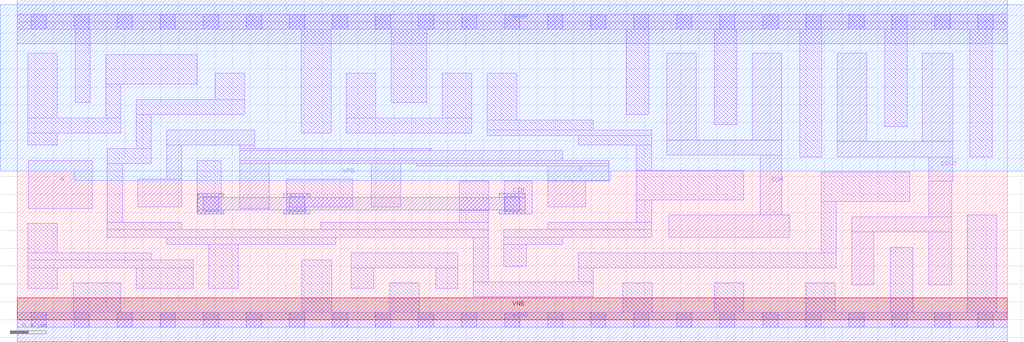
<source format=lef>
# Copyright 2020 The SkyWater PDK Authors
#
# Licensed under the Apache License, Version 2.0 (the "License");
# you may not use this file except in compliance with the License.
# You may obtain a copy of the License at
#
#     https://www.apache.org/licenses/LICENSE-2.0
#
# Unless required by applicable law or agreed to in writing, software
# distributed under the License is distributed on an "AS IS" BASIS,
# WITHOUT WARRANTIES OR CONDITIONS OF ANY KIND, either express or implied.
# See the License for the specific language governing permissions and
# limitations under the License.
#
# SPDX-License-Identifier: Apache-2.0

VERSION 5.7 ;
  NOWIREEXTENSIONATPIN ON ;
  DIVIDERCHAR "/" ;
  BUSBITCHARS "[]" ;
MACRO sky130_fd_sc_ls__fa_4
  CLASS CORE ;
  FOREIGN sky130_fd_sc_ls__fa_4 ;
  ORIGIN  0.000000  0.000000 ;
  SIZE  11.04000 BY  3.330000 ;
  SYMMETRY X Y ;
  SITE unit ;
  PIN A
    ANTENNAGATEAREA  1.044000 ;
    DIRECTION INPUT ;
    USE SIGNAL ;
    PORT
      LAYER li1 ;
        RECT 0.125000 1.245000 0.835000 1.780000 ;
    END
  END A
  PIN B
    ANTENNAGATEAREA  1.044000 ;
    DIRECTION INPUT ;
    USE SIGNAL ;
    PORT
      LAYER li1 ;
        RECT 1.345000 1.260000 1.835000 1.575000 ;
        RECT 1.665000 1.575000 1.835000 1.950000 ;
        RECT 1.665000 1.950000 2.650000 2.120000 ;
        RECT 2.480000 1.245000 2.810000 1.745000 ;
        RECT 2.480000 1.745000 6.595000 1.780000 ;
        RECT 2.480000 1.780000 6.085000 1.890000 ;
        RECT 2.480000 1.890000 4.620000 1.915000 ;
        RECT 2.480000 1.915000 2.650000 1.950000 ;
        RECT 3.950000 1.260000 4.280000 1.745000 ;
        RECT 4.450000 1.720000 6.595000 1.745000 ;
        RECT 5.915000 1.260000 6.340000 1.550000 ;
        RECT 5.915000 1.550000 6.595000 1.720000 ;
    END
  END B
  PIN CIN
    ANTENNAGATEAREA  0.783000 ;
    DIRECTION INPUT ;
    USE SIGNAL ;
    PORT
      LAYER met1 ;
        RECT 2.015000 1.180000 2.305000 1.225000 ;
        RECT 2.015000 1.225000 5.665000 1.365000 ;
        RECT 2.015000 1.365000 2.305000 1.410000 ;
        RECT 2.975000 1.180000 3.265000 1.225000 ;
        RECT 2.975000 1.365000 3.265000 1.410000 ;
        RECT 5.375000 1.180000 5.665000 1.225000 ;
        RECT 5.375000 1.365000 5.665000 1.410000 ;
    END
  END CIN
  PIN COUT
    ANTENNADIFFAREA  1.086400 ;
    DIRECTION OUTPUT ;
    USE SIGNAL ;
    PORT
      LAYER li1 ;
        RECT  9.145000 1.820000 10.435000 1.990000 ;
        RECT  9.145000 1.990000  9.475000 2.980000 ;
        RECT  9.305000 0.390000  9.555000 0.980000 ;
        RECT  9.305000 0.980000 10.425000 1.150000 ;
        RECT 10.095000 1.990000 10.435000 2.980000 ;
        RECT 10.165000 0.390000 10.425000 0.980000 ;
        RECT 10.165000 1.150000 10.425000 1.550000 ;
        RECT 10.165000 1.550000 10.435000 1.820000 ;
    END
  END COUT
  PIN SUM
    ANTENNADIFFAREA  1.086400 ;
    DIRECTION OUTPUT ;
    USE SIGNAL ;
    PORT
      LAYER li1 ;
        RECT 7.245000 1.840000 8.525000 2.010000 ;
        RECT 7.245000 2.010000 7.575000 2.980000 ;
        RECT 7.265000 0.920000 8.615000 1.170000 ;
        RECT 8.195000 2.010000 8.525000 2.980000 ;
        RECT 8.285000 1.170000 8.525000 1.840000 ;
    END
  END SUM
  PIN VGND
    DIRECTION INOUT ;
    SHAPE ABUTMENT ;
    USE GROUND ;
    PORT
      LAYER met1 ;
        RECT 0.000000 -0.245000 11.040000 0.245000 ;
    END
  END VGND
  PIN VNB
    DIRECTION INOUT ;
    USE GROUND ;
    PORT
      LAYER pwell ;
        RECT 0.000000 0.000000 11.040000 0.245000 ;
    END
  END VNB
  PIN VPB
    DIRECTION INOUT ;
    USE POWER ;
    PORT
      LAYER nwell ;
        RECT -0.190000 1.660000 11.230000 3.520000 ;
        RECT  0.635000 1.555000  6.620000 1.660000 ;
    END
  END VPB
  PIN VPWR
    DIRECTION INOUT ;
    SHAPE ABUTMENT ;
    USE POWER ;
    PORT
      LAYER met1 ;
        RECT 0.000000 3.085000 11.040000 3.575000 ;
    END
  END VPWR
  OBS
    LAYER li1 ;
      RECT  0.000000 -0.085000 11.040000 0.085000 ;
      RECT  0.000000  3.245000 11.040000 3.415000 ;
      RECT  0.115000  0.350000  0.445000 0.580000 ;
      RECT  0.115000  0.580000  1.965000 0.670000 ;
      RECT  0.115000  0.670000  1.495000 0.750000 ;
      RECT  0.115000  0.750000  0.445000 1.075000 ;
      RECT  0.115000  1.950000  0.445000 2.085000 ;
      RECT  0.115000  2.085000  1.155000 2.255000 ;
      RECT  0.115000  2.255000  0.445000 2.980000 ;
      RECT  0.625000  0.085000  1.155000 0.410000 ;
      RECT  0.645000  2.425000  0.815000 3.245000 ;
      RECT  0.985000  2.255000  1.155000 2.630000 ;
      RECT  0.985000  2.630000  2.005000 2.960000 ;
      RECT  1.005000  0.920000  5.255000 1.010000 ;
      RECT  1.005000  1.010000  1.835000 1.090000 ;
      RECT  1.005000  1.090000  1.175000 1.745000 ;
      RECT  1.005000  1.745000  1.495000 1.915000 ;
      RECT  1.325000  0.350000  1.965000 0.580000 ;
      RECT  1.325000  1.915000  1.495000 2.290000 ;
      RECT  1.325000  2.290000  2.540000 2.460000 ;
      RECT  1.665000  0.840000  3.555000 0.920000 ;
      RECT  2.005000  1.180000  2.275000 1.780000 ;
      RECT  2.135000  0.350000  2.465000 0.840000 ;
      RECT  2.210000  2.460000  2.540000 2.755000 ;
      RECT  3.005000  1.180000  3.215000 1.260000 ;
      RECT  3.005000  1.260000  3.740000 1.575000 ;
      RECT  3.170000  2.085000  3.500000 3.245000 ;
      RECT  3.175000  0.085000  3.505000 0.670000 ;
      RECT  3.385000  1.010000  5.255000 1.090000 ;
      RECT  3.670000  2.085000  5.070000 2.255000 ;
      RECT  3.670000  2.255000  4.000000 2.755000 ;
      RECT  3.725000  0.350000  3.975000 0.580000 ;
      RECT  3.725000  0.580000  4.915000 0.750000 ;
      RECT  4.155000  0.085000  4.485000 0.410000 ;
      RECT  4.170000  2.425000  4.570000 3.245000 ;
      RECT  4.665000  0.350000  4.915000 0.580000 ;
      RECT  4.740000  2.255000  5.070000 2.755000 ;
      RECT  4.930000  1.090000  5.255000 1.220000 ;
      RECT  4.930000  1.220000  5.260000 1.550000 ;
      RECT  5.085000  0.255000  6.425000 0.425000 ;
      RECT  5.085000  0.425000  5.255000 0.920000 ;
      RECT  5.240000  2.060000  7.075000 2.120000 ;
      RECT  5.240000  2.120000  6.425000 2.230000 ;
      RECT  5.240000  2.230000  5.570000 2.755000 ;
      RECT  5.425000  0.595000  5.675000 0.840000 ;
      RECT  5.425000  0.840000  6.085000 0.920000 ;
      RECT  5.425000  0.920000  7.075000 1.010000 ;
      RECT  5.430000  1.180000  5.745000 1.550000 ;
      RECT  5.915000  1.010000  7.075000 1.090000 ;
      RECT  6.255000  0.425000  6.425000 0.580000 ;
      RECT  6.255000  0.580000  9.135000 0.750000 ;
      RECT  6.255000  1.950000  7.075000 2.060000 ;
      RECT  6.755000  0.085000  7.085000 0.410000 ;
      RECT  6.795000  2.290000  7.045000 3.245000 ;
      RECT  6.905000  1.090000  7.075000 1.340000 ;
      RECT  6.905000  1.340000  8.105000 1.670000 ;
      RECT  6.905000  1.670000  7.075000 1.950000 ;
      RECT  7.775000  0.085000  8.105000 0.410000 ;
      RECT  7.775000  2.180000  8.025000 3.245000 ;
      RECT  8.725000  1.820000  8.975000 3.245000 ;
      RECT  8.795000  0.085000  9.125000 0.410000 ;
      RECT  8.965000  0.750000  9.135000 1.320000 ;
      RECT  8.965000  1.320000  9.955000 1.650000 ;
      RECT  9.675000  2.160000  9.925000 3.245000 ;
      RECT  9.735000  0.085000  9.985000 0.810000 ;
      RECT 10.595000  0.085000 10.925000 1.170000 ;
      RECT 10.625000  1.820000 10.875000 3.245000 ;
    LAYER mcon ;
      RECT  0.155000 -0.085000  0.325000 0.085000 ;
      RECT  0.155000  3.245000  0.325000 3.415000 ;
      RECT  0.635000 -0.085000  0.805000 0.085000 ;
      RECT  0.635000  3.245000  0.805000 3.415000 ;
      RECT  1.115000 -0.085000  1.285000 0.085000 ;
      RECT  1.115000  3.245000  1.285000 3.415000 ;
      RECT  1.595000 -0.085000  1.765000 0.085000 ;
      RECT  1.595000  3.245000  1.765000 3.415000 ;
      RECT  2.075000 -0.085000  2.245000 0.085000 ;
      RECT  2.075000  1.210000  2.245000 1.380000 ;
      RECT  2.075000  3.245000  2.245000 3.415000 ;
      RECT  2.555000 -0.085000  2.725000 0.085000 ;
      RECT  2.555000  3.245000  2.725000 3.415000 ;
      RECT  3.035000 -0.085000  3.205000 0.085000 ;
      RECT  3.035000  1.210000  3.205000 1.380000 ;
      RECT  3.035000  3.245000  3.205000 3.415000 ;
      RECT  3.515000 -0.085000  3.685000 0.085000 ;
      RECT  3.515000  3.245000  3.685000 3.415000 ;
      RECT  3.995000 -0.085000  4.165000 0.085000 ;
      RECT  3.995000  3.245000  4.165000 3.415000 ;
      RECT  4.475000 -0.085000  4.645000 0.085000 ;
      RECT  4.475000  3.245000  4.645000 3.415000 ;
      RECT  4.955000 -0.085000  5.125000 0.085000 ;
      RECT  4.955000  3.245000  5.125000 3.415000 ;
      RECT  5.435000 -0.085000  5.605000 0.085000 ;
      RECT  5.435000  1.210000  5.605000 1.380000 ;
      RECT  5.435000  3.245000  5.605000 3.415000 ;
      RECT  5.915000 -0.085000  6.085000 0.085000 ;
      RECT  5.915000  3.245000  6.085000 3.415000 ;
      RECT  6.395000 -0.085000  6.565000 0.085000 ;
      RECT  6.395000  3.245000  6.565000 3.415000 ;
      RECT  6.875000 -0.085000  7.045000 0.085000 ;
      RECT  6.875000  3.245000  7.045000 3.415000 ;
      RECT  7.355000 -0.085000  7.525000 0.085000 ;
      RECT  7.355000  3.245000  7.525000 3.415000 ;
      RECT  7.835000 -0.085000  8.005000 0.085000 ;
      RECT  7.835000  3.245000  8.005000 3.415000 ;
      RECT  8.315000 -0.085000  8.485000 0.085000 ;
      RECT  8.315000  3.245000  8.485000 3.415000 ;
      RECT  8.795000 -0.085000  8.965000 0.085000 ;
      RECT  8.795000  3.245000  8.965000 3.415000 ;
      RECT  9.275000 -0.085000  9.445000 0.085000 ;
      RECT  9.275000  3.245000  9.445000 3.415000 ;
      RECT  9.755000 -0.085000  9.925000 0.085000 ;
      RECT  9.755000  3.245000  9.925000 3.415000 ;
      RECT 10.235000 -0.085000 10.405000 0.085000 ;
      RECT 10.235000  3.245000 10.405000 3.415000 ;
      RECT 10.715000 -0.085000 10.885000 0.085000 ;
      RECT 10.715000  3.245000 10.885000 3.415000 ;
  END
END sky130_fd_sc_ls__fa_4
END LIBRARY

</source>
